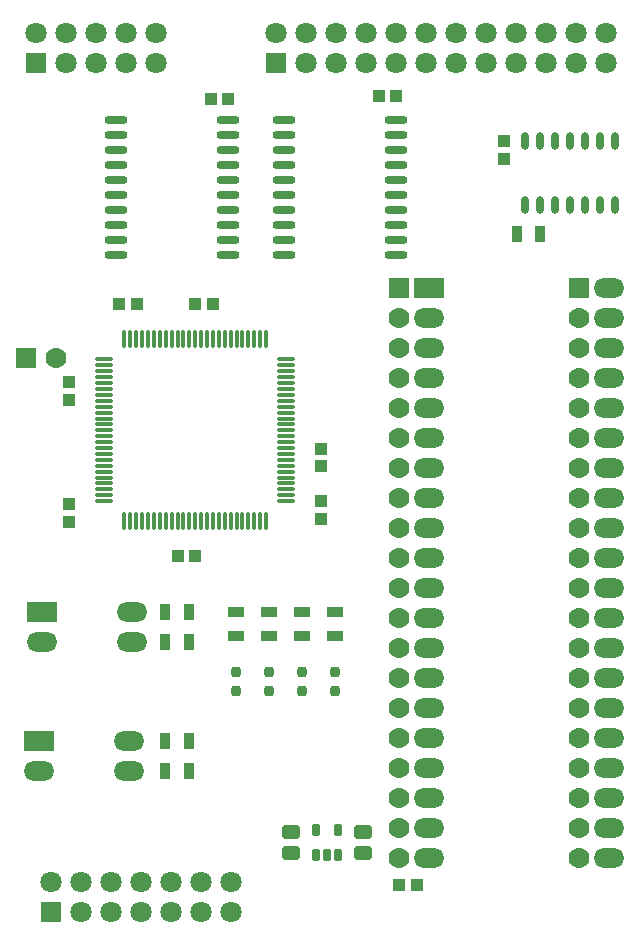
<source format=gts>
G04*
G04 #@! TF.GenerationSoftware,Altium Limited,Altium Designer,21.0.8 (223)*
G04*
G04 Layer_Color=8388736*
%FSLAX25Y25*%
%MOIN*%
G70*
G04*
G04 #@! TF.SameCoordinates,24B65C91-686E-4BDF-BE13-0E35A49C72FF*
G04*
G04*
G04 #@! TF.FilePolarity,Negative*
G04*
G01*
G75*
%ADD27O,0.05811X0.01480*%
%ADD28O,0.01480X0.05811*%
G04:AMPARAMS|DCode=29|XSize=48.27mil|YSize=60.08mil|CornerRadius=12.82mil|HoleSize=0mil|Usage=FLASHONLY|Rotation=90.000|XOffset=0mil|YOffset=0mil|HoleType=Round|Shape=RoundedRectangle|*
%AMROUNDEDRECTD29*
21,1,0.04827,0.03445,0,0,90.0*
21,1,0.02264,0.06008,0,0,90.0*
1,1,0.02563,0.01722,0.01132*
1,1,0.02563,0.01722,-0.01132*
1,1,0.02563,-0.01722,-0.01132*
1,1,0.02563,-0.01722,0.01132*
%
%ADD29ROUNDEDRECTD29*%
G04:AMPARAMS|DCode=30|XSize=26.61mil|YSize=42.36mil|CornerRadius=7.4mil|HoleSize=0mil|Usage=FLASHONLY|Rotation=0.000|XOffset=0mil|YOffset=0mil|HoleType=Round|Shape=RoundedRectangle|*
%AMROUNDEDRECTD30*
21,1,0.02661,0.02756,0,0,0.0*
21,1,0.01181,0.04236,0,0,0.0*
1,1,0.01480,0.00591,-0.01378*
1,1,0.01480,-0.00591,-0.01378*
1,1,0.01480,-0.00591,0.01378*
1,1,0.01480,0.00591,0.01378*
%
%ADD30ROUNDEDRECTD30*%
%ADD31R,0.04433X0.04236*%
%ADD32O,0.07780X0.02661*%
%ADD33R,0.04236X0.04433*%
%ADD34R,0.03252X0.05417*%
%ADD35O,0.02661X0.06008*%
G04:AMPARAMS|DCode=36|XSize=34.49mil|YSize=32.52mil|CornerRadius=8.88mil|HoleSize=0mil|Usage=FLASHONLY|Rotation=90.000|XOffset=0mil|YOffset=0mil|HoleType=Round|Shape=RoundedRectangle|*
%AMROUNDEDRECTD36*
21,1,0.03449,0.01476,0,0,90.0*
21,1,0.01673,0.03252,0,0,90.0*
1,1,0.01776,0.00738,0.00837*
1,1,0.01776,0.00738,-0.00837*
1,1,0.01776,-0.00738,-0.00837*
1,1,0.01776,-0.00738,0.00837*
%
%ADD36ROUNDEDRECTD36*%
%ADD37R,0.05417X0.03252*%
%ADD38C,0.07099*%
%ADD39R,0.07099X0.07099*%
%ADD40O,0.10142X0.06598*%
%ADD41R,0.10142X0.06598*%
%ADD42C,0.06992*%
%ADD43R,0.06992X0.06992*%
%ADD44R,0.06992X0.06992*%
%ADD45O,0.10142X0.06598*%
%ADD46R,0.10142X0.06598*%
D27*
X36685Y176626D02*
D03*
X97315Y166783D02*
D03*
Y208122D02*
D03*
Y206153D02*
D03*
Y204185D02*
D03*
Y202217D02*
D03*
Y200248D02*
D03*
Y198280D02*
D03*
Y196311D02*
D03*
Y194343D02*
D03*
Y192374D02*
D03*
Y190405D02*
D03*
Y188437D02*
D03*
Y186469D02*
D03*
Y184500D02*
D03*
Y182531D02*
D03*
Y180563D02*
D03*
Y178595D02*
D03*
Y176626D02*
D03*
Y174657D02*
D03*
Y172689D02*
D03*
Y170721D02*
D03*
Y168752D02*
D03*
Y164815D02*
D03*
Y162847D02*
D03*
Y160878D02*
D03*
X36685D02*
D03*
Y162847D02*
D03*
Y164815D02*
D03*
Y166783D02*
D03*
Y168752D02*
D03*
Y170721D02*
D03*
Y172689D02*
D03*
Y174657D02*
D03*
Y178595D02*
D03*
Y180563D02*
D03*
Y182531D02*
D03*
Y184500D02*
D03*
Y186469D02*
D03*
Y188437D02*
D03*
Y190405D02*
D03*
Y192374D02*
D03*
Y194343D02*
D03*
Y196311D02*
D03*
Y198280D02*
D03*
Y200248D02*
D03*
Y202217D02*
D03*
Y204185D02*
D03*
Y206153D02*
D03*
Y208122D02*
D03*
D28*
X82748Y154185D02*
D03*
X88653D02*
D03*
X43378Y214815D02*
D03*
X45347D02*
D03*
X47315D02*
D03*
X49283D02*
D03*
X51252D02*
D03*
X53220D02*
D03*
X55189D02*
D03*
X57157D02*
D03*
X59126D02*
D03*
X61094D02*
D03*
X63063D02*
D03*
X65031D02*
D03*
X67000D02*
D03*
X68968D02*
D03*
X70937D02*
D03*
X72905D02*
D03*
X74874D02*
D03*
X76842D02*
D03*
X78811D02*
D03*
X80779D02*
D03*
X82748D02*
D03*
X84716D02*
D03*
X86685D02*
D03*
X88653D02*
D03*
X90622D02*
D03*
Y154185D02*
D03*
X86685D02*
D03*
X84716D02*
D03*
X80779D02*
D03*
X78811D02*
D03*
X76842D02*
D03*
X74874D02*
D03*
X72905D02*
D03*
X70937D02*
D03*
X68968D02*
D03*
X67000D02*
D03*
X65031D02*
D03*
X63063D02*
D03*
X61094D02*
D03*
X59126D02*
D03*
X57157D02*
D03*
X55189D02*
D03*
X53220D02*
D03*
X51252D02*
D03*
X49283D02*
D03*
X47315D02*
D03*
X45347D02*
D03*
X43378D02*
D03*
D29*
X99000Y43630D02*
D03*
Y50717D02*
D03*
X123000D02*
D03*
Y43630D02*
D03*
D30*
X114740Y51347D02*
D03*
X107260D02*
D03*
X114740Y43000D02*
D03*
X111000D02*
D03*
X107260D02*
D03*
D31*
X128094Y296000D02*
D03*
X134000D02*
D03*
X140953Y33000D02*
D03*
X135047D02*
D03*
X67000Y142500D02*
D03*
X61094D02*
D03*
X67000Y226500D02*
D03*
X72905D02*
D03*
X47500D02*
D03*
X41594D02*
D03*
X78000Y295000D02*
D03*
X72095D02*
D03*
D32*
X134000Y243000D02*
D03*
Y248000D02*
D03*
Y253000D02*
D03*
Y258000D02*
D03*
Y263000D02*
D03*
Y268000D02*
D03*
Y273000D02*
D03*
Y278000D02*
D03*
Y283000D02*
D03*
Y288000D02*
D03*
X96598Y243000D02*
D03*
Y248000D02*
D03*
Y253000D02*
D03*
Y258000D02*
D03*
Y263000D02*
D03*
Y268000D02*
D03*
Y273000D02*
D03*
Y278000D02*
D03*
Y283000D02*
D03*
Y288000D02*
D03*
X78000Y243000D02*
D03*
Y248000D02*
D03*
Y253000D02*
D03*
Y258000D02*
D03*
Y263000D02*
D03*
Y268000D02*
D03*
Y273000D02*
D03*
Y278000D02*
D03*
Y283000D02*
D03*
Y288000D02*
D03*
X40598Y243000D02*
D03*
Y248000D02*
D03*
Y253000D02*
D03*
Y258000D02*
D03*
Y263000D02*
D03*
Y268000D02*
D03*
Y273000D02*
D03*
Y278000D02*
D03*
Y283000D02*
D03*
Y288000D02*
D03*
D33*
X25000Y200453D02*
D03*
Y194547D02*
D03*
Y154047D02*
D03*
Y159953D02*
D03*
X109000Y161000D02*
D03*
Y155095D02*
D03*
Y172500D02*
D03*
Y178405D02*
D03*
X170000Y281000D02*
D03*
Y275095D02*
D03*
D34*
X174126Y250000D02*
D03*
X182000D02*
D03*
X64874Y71000D02*
D03*
X57000D02*
D03*
X64874Y81000D02*
D03*
X57000D02*
D03*
X64874Y114000D02*
D03*
X57000D02*
D03*
X64874Y124000D02*
D03*
X57000D02*
D03*
D35*
X207000Y281000D02*
D03*
X202000D02*
D03*
X197000D02*
D03*
X192000D02*
D03*
X187000D02*
D03*
X182000D02*
D03*
X177000D02*
D03*
X207000Y259543D02*
D03*
X202000D02*
D03*
X197000D02*
D03*
X192000D02*
D03*
X187000D02*
D03*
X182000D02*
D03*
X177000D02*
D03*
D36*
X80500Y97701D02*
D03*
Y104000D02*
D03*
X91500Y97701D02*
D03*
Y104000D02*
D03*
X113500Y97701D02*
D03*
Y104000D02*
D03*
X102500Y97701D02*
D03*
Y104000D02*
D03*
D37*
X80500Y116000D02*
D03*
Y123874D02*
D03*
X91500Y116000D02*
D03*
Y123874D02*
D03*
X113500Y116000D02*
D03*
Y123874D02*
D03*
X102500Y116000D02*
D03*
Y123874D02*
D03*
D38*
X204000Y317000D02*
D03*
X194000D02*
D03*
X184000D02*
D03*
X174000D02*
D03*
X164000D02*
D03*
X154000D02*
D03*
X144000D02*
D03*
X134000D02*
D03*
X164000Y307000D02*
D03*
X154000D02*
D03*
X144000D02*
D03*
X134000D02*
D03*
X124000D02*
D03*
X114000D02*
D03*
X104000D02*
D03*
X174000D02*
D03*
X184000D02*
D03*
X194000D02*
D03*
X204000D02*
D03*
X94000Y317000D02*
D03*
X104000D02*
D03*
X114000D02*
D03*
X124000D02*
D03*
X44000D02*
D03*
Y307000D02*
D03*
X34000Y317000D02*
D03*
Y307000D02*
D03*
X24000Y317000D02*
D03*
Y307000D02*
D03*
X14000Y317000D02*
D03*
X54000Y307000D02*
D03*
Y317000D02*
D03*
X79000Y34000D02*
D03*
Y24000D02*
D03*
X69000Y34000D02*
D03*
Y24000D02*
D03*
X59000Y34000D02*
D03*
Y24000D02*
D03*
X19000Y34000D02*
D03*
X29000Y24000D02*
D03*
Y34000D02*
D03*
X39000Y24000D02*
D03*
Y34000D02*
D03*
X49000Y24000D02*
D03*
Y34000D02*
D03*
D39*
X94000Y307000D02*
D03*
X14000D02*
D03*
X19000Y24000D02*
D03*
D40*
X205000Y42000D02*
D03*
Y52000D02*
D03*
Y62000D02*
D03*
Y72000D02*
D03*
Y82000D02*
D03*
Y92000D02*
D03*
Y102000D02*
D03*
Y112000D02*
D03*
Y122000D02*
D03*
Y132000D02*
D03*
Y142000D02*
D03*
Y152000D02*
D03*
Y162000D02*
D03*
Y172000D02*
D03*
Y182000D02*
D03*
Y192000D02*
D03*
Y202000D02*
D03*
Y212000D02*
D03*
Y222000D02*
D03*
Y232000D02*
D03*
X145000Y42000D02*
D03*
Y52000D02*
D03*
Y62000D02*
D03*
Y72000D02*
D03*
Y82000D02*
D03*
Y92000D02*
D03*
Y102000D02*
D03*
Y112000D02*
D03*
Y122000D02*
D03*
Y132000D02*
D03*
Y142000D02*
D03*
Y152000D02*
D03*
Y162000D02*
D03*
Y172000D02*
D03*
Y182000D02*
D03*
Y192000D02*
D03*
Y202000D02*
D03*
Y212000D02*
D03*
Y222000D02*
D03*
D41*
Y232000D02*
D03*
D42*
X195000Y42000D02*
D03*
Y52000D02*
D03*
Y62000D02*
D03*
Y72000D02*
D03*
Y82000D02*
D03*
Y162000D02*
D03*
Y172000D02*
D03*
Y182000D02*
D03*
Y192000D02*
D03*
Y202000D02*
D03*
Y212000D02*
D03*
Y222000D02*
D03*
Y152000D02*
D03*
Y142000D02*
D03*
Y132000D02*
D03*
Y122000D02*
D03*
Y112000D02*
D03*
Y102000D02*
D03*
Y92000D02*
D03*
X135000Y42000D02*
D03*
Y52000D02*
D03*
Y62000D02*
D03*
Y72000D02*
D03*
Y82000D02*
D03*
Y162000D02*
D03*
Y172000D02*
D03*
Y182000D02*
D03*
Y192000D02*
D03*
Y202000D02*
D03*
Y212000D02*
D03*
Y222000D02*
D03*
Y152000D02*
D03*
Y142000D02*
D03*
Y132000D02*
D03*
Y122000D02*
D03*
Y112000D02*
D03*
Y102000D02*
D03*
Y92000D02*
D03*
X20500Y208500D02*
D03*
D43*
X195000Y232000D02*
D03*
X135000D02*
D03*
D44*
X10500Y208500D02*
D03*
D45*
X45000Y81000D02*
D03*
Y71000D02*
D03*
X15000D02*
D03*
X46000Y124000D02*
D03*
Y114000D02*
D03*
X16000D02*
D03*
D46*
X15000Y81000D02*
D03*
X16000Y124000D02*
D03*
M02*

</source>
